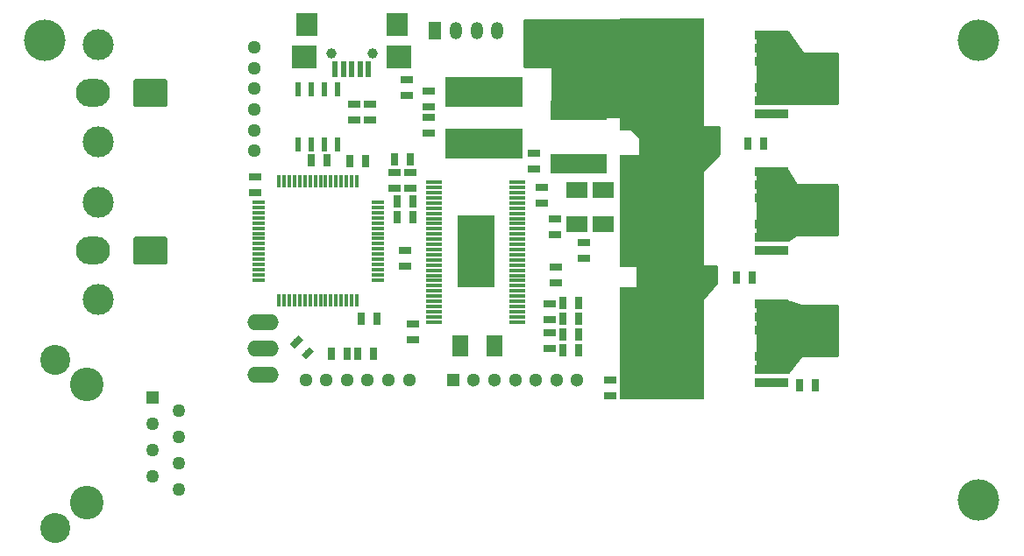
<source format=gts>
G04 #@! TF.GenerationSoftware,KiCad,Pcbnew,(5.1.0)-1*
G04 #@! TF.CreationDate,2020-02-16T21:22:29+11:00*
G04 #@! TF.ProjectId,BLDC_4,424c4443-5f34-42e6-9b69-6361645f7063,A*
G04 #@! TF.SameCoordinates,Original*
G04 #@! TF.FileFunction,Soldermask,Top*
G04 #@! TF.FilePolarity,Negative*
%FSLAX46Y46*%
G04 Gerber Fmt 4.6, Leading zero omitted, Abs format (unit mm)*
G04 Created by KiCad (PCBNEW (5.1.0)-1) date 2020-02-16 21:22:29*
%MOMM*%
%LPD*%
G04 APERTURE LIST*
%ADD10C,4.000000*%
%ADD11C,3.250000*%
%ADD12C,2.895000*%
%ADD13C,1.268000*%
%ADD14R,1.268000X1.268000*%
%ADD15C,1.300480*%
%ADD16O,1.198880X1.699260*%
%ADD17R,1.198880X1.699260*%
%ADD18R,3.200400X0.899160*%
%ADD19R,8.150860X10.800080*%
%ADD20O,3.048000X1.524000*%
%ADD21R,5.499100X1.849120*%
%ADD22R,7.498080X2.997200*%
%ADD23R,4.000000X5.000000*%
%ADD24R,0.300000X1.300480*%
%ADD25R,1.300480X0.300000*%
%ADD26R,3.599180X7.000240*%
%ADD27R,1.501140X0.299720*%
%ADD28R,2.032000X1.524000*%
%ADD29R,1.524000X2.032000*%
%ADD30R,1.143000X0.635000*%
%ADD31R,0.635000X1.143000*%
%ADD32R,0.599440X1.399540*%
%ADD33C,1.000000*%
%ADD34R,2.000000X2.200000*%
%ADD35R,2.400000X2.200000*%
%ADD36R,0.500000X1.500000*%
%ADD37R,1.300000X1.300000*%
%ADD38C,1.300000*%
%ADD39C,0.635000*%
%ADD40C,0.150000*%
%ADD41C,3.000000*%
%ADD42O,3.300000X2.700000*%
%ADD43C,2.700000*%
%ADD44C,0.254000*%
G04 APERTURE END LIST*
D10*
X111760000Y-88900000D03*
X111760000Y-44450000D03*
X21590000Y-44450000D03*
D11*
X25644999Y-77720001D03*
X25644999Y-89150001D03*
D12*
X22594999Y-75310001D03*
X22594999Y-91560001D03*
D13*
X34534999Y-87880001D03*
X31994999Y-86610001D03*
X34534999Y-85340001D03*
X31994999Y-84070001D03*
X34534999Y-82800001D03*
X31994999Y-81530001D03*
X34534999Y-80260001D03*
D14*
X31994999Y-78990001D03*
D15*
X41800000Y-45098740D03*
X41800000Y-47100260D03*
X41800000Y-55101260D03*
X41800000Y-53099740D03*
X41800000Y-51100760D03*
X41800000Y-49099240D03*
D16*
X65273740Y-43450000D03*
X61273240Y-43450000D03*
X63274760Y-43450000D03*
D17*
X59271720Y-43450000D03*
D15*
X52746760Y-77300000D03*
X50745240Y-77300000D03*
X48746260Y-77300000D03*
X46744740Y-77300000D03*
X54745740Y-77300000D03*
X56747260Y-77300000D03*
D18*
X91753540Y-43899000D03*
X91753540Y-45169000D03*
X91753540Y-46439000D03*
X91753540Y-48979000D03*
X91753540Y-50249000D03*
X91753540Y-51519000D03*
D19*
X81151580Y-47709000D03*
D20*
X42602000Y-76792000D03*
X42602000Y-74252000D03*
X42602000Y-71712000D03*
D21*
X73082000Y-51229440D03*
X73082000Y-56380560D03*
D22*
X63938000Y-49400640D03*
X63938000Y-54399360D03*
D23*
X96196000Y-48090000D03*
X96196000Y-60790000D03*
X96196000Y-72474000D03*
D18*
X91753540Y-69934000D03*
X91753540Y-71204000D03*
X91753540Y-72474000D03*
X91753540Y-75014000D03*
X91753540Y-76284000D03*
X91753540Y-77554000D03*
D19*
X81151580Y-73744000D03*
D18*
X91753540Y-57107000D03*
X91753540Y-58377000D03*
X91753540Y-59647000D03*
X91753540Y-62187000D03*
X91753540Y-63457000D03*
X91753540Y-64727000D03*
D19*
X81151580Y-60917000D03*
D24*
X44186960Y-58087440D03*
X44684800Y-58087440D03*
X45185180Y-58087440D03*
X45685560Y-58087440D03*
X46185940Y-58087440D03*
D25*
X53686560Y-60088960D03*
X53686560Y-60586800D03*
X53686560Y-61087180D03*
X53686560Y-61587560D03*
X53686560Y-62087940D03*
D24*
X51685040Y-69588560D03*
X51187200Y-69588560D03*
X50686820Y-69588560D03*
X50186440Y-69588560D03*
X49686060Y-69588560D03*
D25*
X42185440Y-67587040D03*
X42185440Y-67089200D03*
X42185440Y-66588820D03*
X42185440Y-66088440D03*
X42185440Y-65588060D03*
D24*
X46686320Y-58087440D03*
X47186700Y-58087440D03*
X47687080Y-58087440D03*
D25*
X53686560Y-62588320D03*
X53686560Y-63088700D03*
X53686560Y-63589080D03*
D24*
X49185680Y-69588560D03*
X48685300Y-69588560D03*
X48184920Y-69588560D03*
D25*
X42185440Y-65087680D03*
X42185440Y-64587300D03*
X42185440Y-64086920D03*
D24*
X48184920Y-58087440D03*
X48685300Y-58087440D03*
X49185680Y-58087440D03*
X49686060Y-58087440D03*
X50186440Y-58087440D03*
X50686820Y-58087440D03*
X51187200Y-58087440D03*
X51685040Y-58087440D03*
D25*
X53686560Y-64086920D03*
X53686560Y-64587300D03*
X53686560Y-65087680D03*
X53686560Y-65588060D03*
X53686560Y-66088440D03*
X53686560Y-66588820D03*
X53686560Y-67089200D03*
X53686560Y-67587040D03*
D24*
X47687080Y-69588560D03*
X47186700Y-69588560D03*
X46686320Y-69588560D03*
X46185940Y-69588560D03*
X45685560Y-69588560D03*
X45185180Y-69588560D03*
X44684800Y-69588560D03*
X44186960Y-69588560D03*
D25*
X42185440Y-61087180D03*
X42185440Y-60586800D03*
X42185440Y-60088960D03*
X42185440Y-63589080D03*
X42185440Y-63088700D03*
X42185440Y-62588320D03*
X42185440Y-62087940D03*
X42185440Y-61587560D03*
D26*
X63176000Y-64854000D03*
D27*
X67176500Y-58158560D03*
X67176500Y-58656400D03*
X67176500Y-59156780D03*
X67176500Y-59657160D03*
X67176500Y-60157540D03*
X67176500Y-60657920D03*
X67176500Y-61158300D03*
X67176500Y-61656140D03*
X59175500Y-71656120D03*
X59175500Y-71158280D03*
X59175500Y-70657900D03*
X59175500Y-70157520D03*
X59175500Y-63157280D03*
X59175500Y-62656900D03*
X59175500Y-62156520D03*
X59175500Y-61656140D03*
X59175500Y-61158300D03*
X59175500Y-60657920D03*
X59175500Y-60157540D03*
X59175500Y-59657160D03*
X59175500Y-59156780D03*
X59175500Y-58656400D03*
X59175500Y-58158560D03*
X59175500Y-69657140D03*
X59175500Y-69156760D03*
X59175500Y-68656380D03*
X59175500Y-68158540D03*
X59175500Y-67658160D03*
X59175500Y-67157780D03*
X59175500Y-66657400D03*
X67176500Y-70157520D03*
X59175500Y-65656640D03*
X59175500Y-65156260D03*
X59175500Y-64658420D03*
X59175500Y-64158040D03*
X59175500Y-63657660D03*
X67176500Y-67658160D03*
X67176500Y-68158540D03*
X67176500Y-68656380D03*
X67176500Y-69156760D03*
X67176500Y-69657140D03*
X59175500Y-66157020D03*
X67176500Y-70657900D03*
X67176500Y-71158280D03*
X67176500Y-71656120D03*
X67176500Y-62156520D03*
X67176500Y-62656900D03*
X67176500Y-63157280D03*
X67176500Y-63657660D03*
X67176500Y-64158040D03*
X67176500Y-64658420D03*
X67176500Y-65156260D03*
X67176500Y-65656640D03*
X67176500Y-66157020D03*
X67176500Y-66657400D03*
X67176500Y-67157780D03*
D28*
X72955000Y-62187000D03*
X72955000Y-58885000D03*
X75495000Y-62187000D03*
X75495000Y-58885000D03*
D29*
X64954000Y-73998000D03*
X61652000Y-73998000D03*
D30*
X76130000Y-78824000D03*
X76130000Y-77300000D03*
D31*
X50730000Y-74760000D03*
X49206000Y-74760000D03*
D30*
X58604000Y-50884000D03*
X58604000Y-49360000D03*
X58604000Y-53424000D03*
X58604000Y-51900000D03*
X55302000Y-58758000D03*
X55302000Y-57234000D03*
D31*
X55556000Y-60028000D03*
X57080000Y-60028000D03*
D30*
X68764000Y-56853000D03*
X68764000Y-55329000D03*
D31*
X95942000Y-77808000D03*
X94418000Y-77808000D03*
X88322000Y-67394000D03*
X89846000Y-67394000D03*
X89465000Y-54440000D03*
X90989000Y-54440000D03*
X71558000Y-69807000D03*
X73082000Y-69807000D03*
X71558000Y-71331000D03*
X73082000Y-71331000D03*
X71558000Y-72855000D03*
X73082000Y-72855000D03*
X71558000Y-74379000D03*
X73082000Y-74379000D03*
D30*
X51450000Y-50638000D03*
X51450000Y-52162000D03*
X53000000Y-50638000D03*
X53000000Y-52162000D03*
X56500000Y-48238000D03*
X56500000Y-49762000D03*
D32*
X49855000Y-54467000D03*
X48585000Y-54467000D03*
X47315000Y-54467000D03*
X49855000Y-49133000D03*
X48585000Y-49133000D03*
X47315000Y-49133000D03*
X46045000Y-54467000D03*
X46045000Y-49133000D03*
D33*
X49200000Y-45700000D03*
X53200000Y-45700000D03*
D34*
X46850000Y-42925000D03*
X55550000Y-42925000D03*
D35*
X46650000Y-46000000D03*
X55750000Y-46000000D03*
D36*
X52800000Y-47200000D03*
X52000000Y-47200000D03*
X51200000Y-47200000D03*
X50400000Y-47200000D03*
X49600000Y-47200000D03*
D37*
X60981440Y-77300000D03*
D38*
X64984480Y-77300000D03*
X62982960Y-77300000D03*
X66983460Y-77300000D03*
X68984980Y-77300000D03*
X70986500Y-77300000D03*
X72985480Y-77300000D03*
D31*
X47288000Y-56000000D03*
X48812000Y-56000000D03*
X51746000Y-74760000D03*
X53270000Y-74760000D03*
D30*
X70288000Y-74252000D03*
X70288000Y-72728000D03*
X41840000Y-59139000D03*
X41840000Y-57615000D03*
X70288000Y-71458000D03*
X70288000Y-69934000D03*
X70923000Y-66378000D03*
X70923000Y-67902000D03*
X73590000Y-63965000D03*
X73590000Y-65489000D03*
X70796000Y-61679000D03*
X70796000Y-63203000D03*
X69526000Y-58631000D03*
X69526000Y-60155000D03*
X57080000Y-71839000D03*
X57080000Y-73363000D03*
X56318000Y-66251000D03*
X56318000Y-64727000D03*
D31*
X55302000Y-55964000D03*
X56826000Y-55964000D03*
D30*
X56826000Y-58758000D03*
X56826000Y-57234000D03*
D31*
X52508000Y-56091000D03*
X50984000Y-56091000D03*
X57080000Y-61552000D03*
X55556000Y-61552000D03*
D39*
X46950815Y-74663815D03*
D40*
G36*
X46322197Y-74843420D02*
G01*
X47130420Y-74035197D01*
X47579433Y-74484210D01*
X46771210Y-75292433D01*
X46322197Y-74843420D01*
X46322197Y-74843420D01*
G37*
D39*
X45873185Y-73586185D03*
D40*
G36*
X45244567Y-73765790D02*
G01*
X46052790Y-72957567D01*
X46501803Y-73406580D01*
X45693580Y-74214803D01*
X45244567Y-73765790D01*
X45244567Y-73765790D01*
G37*
D31*
X52127000Y-71331000D03*
X53651000Y-71331000D03*
D41*
X26710000Y-69470000D03*
X26710000Y-60070000D03*
D42*
X26250000Y-64770000D03*
D40*
G36*
X33174503Y-63421204D02*
G01*
X33198772Y-63424804D01*
X33222570Y-63430765D01*
X33245670Y-63439030D01*
X33267849Y-63449520D01*
X33288892Y-63462133D01*
X33308598Y-63476748D01*
X33326776Y-63493224D01*
X33343252Y-63511402D01*
X33357867Y-63531108D01*
X33370480Y-63552151D01*
X33380970Y-63574330D01*
X33389235Y-63597430D01*
X33395196Y-63621228D01*
X33398796Y-63645497D01*
X33400000Y-63670001D01*
X33400000Y-65869999D01*
X33398796Y-65894503D01*
X33395196Y-65918772D01*
X33389235Y-65942570D01*
X33380970Y-65965670D01*
X33370480Y-65987849D01*
X33357867Y-66008892D01*
X33343252Y-66028598D01*
X33326776Y-66046776D01*
X33308598Y-66063252D01*
X33288892Y-66077867D01*
X33267849Y-66090480D01*
X33245670Y-66100970D01*
X33222570Y-66109235D01*
X33198772Y-66115196D01*
X33174503Y-66118796D01*
X33149999Y-66120000D01*
X30350001Y-66120000D01*
X30325497Y-66118796D01*
X30301228Y-66115196D01*
X30277430Y-66109235D01*
X30254330Y-66100970D01*
X30232151Y-66090480D01*
X30211108Y-66077867D01*
X30191402Y-66063252D01*
X30173224Y-66046776D01*
X30156748Y-66028598D01*
X30142133Y-66008892D01*
X30129520Y-65987849D01*
X30119030Y-65965670D01*
X30110765Y-65942570D01*
X30104804Y-65918772D01*
X30101204Y-65894503D01*
X30100000Y-65869999D01*
X30100000Y-63670001D01*
X30101204Y-63645497D01*
X30104804Y-63621228D01*
X30110765Y-63597430D01*
X30119030Y-63574330D01*
X30129520Y-63552151D01*
X30142133Y-63531108D01*
X30156748Y-63511402D01*
X30173224Y-63493224D01*
X30191402Y-63476748D01*
X30211108Y-63462133D01*
X30232151Y-63449520D01*
X30254330Y-63439030D01*
X30277430Y-63430765D01*
X30301228Y-63424804D01*
X30325497Y-63421204D01*
X30350001Y-63420000D01*
X33149999Y-63420000D01*
X33174503Y-63421204D01*
X33174503Y-63421204D01*
G37*
D43*
X31750000Y-64770000D03*
D40*
G36*
X33174503Y-48181204D02*
G01*
X33198772Y-48184804D01*
X33222570Y-48190765D01*
X33245670Y-48199030D01*
X33267849Y-48209520D01*
X33288892Y-48222133D01*
X33308598Y-48236748D01*
X33326776Y-48253224D01*
X33343252Y-48271402D01*
X33357867Y-48291108D01*
X33370480Y-48312151D01*
X33380970Y-48334330D01*
X33389235Y-48357430D01*
X33395196Y-48381228D01*
X33398796Y-48405497D01*
X33400000Y-48430001D01*
X33400000Y-50629999D01*
X33398796Y-50654503D01*
X33395196Y-50678772D01*
X33389235Y-50702570D01*
X33380970Y-50725670D01*
X33370480Y-50747849D01*
X33357867Y-50768892D01*
X33343252Y-50788598D01*
X33326776Y-50806776D01*
X33308598Y-50823252D01*
X33288892Y-50837867D01*
X33267849Y-50850480D01*
X33245670Y-50860970D01*
X33222570Y-50869235D01*
X33198772Y-50875196D01*
X33174503Y-50878796D01*
X33149999Y-50880000D01*
X30350001Y-50880000D01*
X30325497Y-50878796D01*
X30301228Y-50875196D01*
X30277430Y-50869235D01*
X30254330Y-50860970D01*
X30232151Y-50850480D01*
X30211108Y-50837867D01*
X30191402Y-50823252D01*
X30173224Y-50806776D01*
X30156748Y-50788598D01*
X30142133Y-50768892D01*
X30129520Y-50747849D01*
X30119030Y-50725670D01*
X30110765Y-50702570D01*
X30104804Y-50678772D01*
X30101204Y-50654503D01*
X30100000Y-50629999D01*
X30100000Y-48430001D01*
X30101204Y-48405497D01*
X30104804Y-48381228D01*
X30110765Y-48357430D01*
X30119030Y-48334330D01*
X30129520Y-48312151D01*
X30142133Y-48291108D01*
X30156748Y-48271402D01*
X30173224Y-48253224D01*
X30191402Y-48236748D01*
X30211108Y-48222133D01*
X30232151Y-48209520D01*
X30254330Y-48199030D01*
X30277430Y-48190765D01*
X30301228Y-48184804D01*
X30325497Y-48181204D01*
X30350001Y-48180000D01*
X33149999Y-48180000D01*
X33174503Y-48181204D01*
X33174503Y-48181204D01*
G37*
D43*
X31750000Y-49530000D03*
D42*
X26250000Y-49530000D03*
D41*
X26710000Y-44830000D03*
X26710000Y-54230000D03*
D44*
G36*
X94182839Y-58443560D02*
G01*
X94197903Y-58463383D01*
X94216544Y-58479885D01*
X94238047Y-58492434D01*
X94261584Y-58500546D01*
X94291000Y-58504000D01*
X98101000Y-58504000D01*
X98101000Y-63203000D01*
X94164000Y-63203000D01*
X94139224Y-63205440D01*
X94115399Y-63212667D01*
X94093553Y-63224330D01*
X93363548Y-63711000D01*
X90354000Y-63711000D01*
X90354000Y-56853000D01*
X93204033Y-56853000D01*
X94182839Y-58443560D01*
X94182839Y-58443560D01*
G37*
X94182839Y-58443560D02*
X94197903Y-58463383D01*
X94216544Y-58479885D01*
X94238047Y-58492434D01*
X94261584Y-58500546D01*
X94291000Y-58504000D01*
X98101000Y-58504000D01*
X98101000Y-63203000D01*
X94164000Y-63203000D01*
X94139224Y-63205440D01*
X94115399Y-63212667D01*
X94093553Y-63224330D01*
X93363548Y-63711000D01*
X90354000Y-63711000D01*
X90354000Y-56853000D01*
X93204033Y-56853000D01*
X94182839Y-58443560D01*
G36*
X94638584Y-70056525D02*
G01*
X94672000Y-70061000D01*
X98101000Y-70061000D01*
X98101000Y-74887000D01*
X94672000Y-74887000D01*
X94647224Y-74889440D01*
X94623399Y-74896667D01*
X94601443Y-74908403D01*
X94582197Y-74924197D01*
X94566330Y-74943553D01*
X94315386Y-75319969D01*
X93340961Y-76538000D01*
X90354000Y-76538000D01*
X90354000Y-69680000D01*
X93257992Y-69680000D01*
X94638584Y-70056525D01*
X94638584Y-70056525D01*
G37*
X94638584Y-70056525D02*
X94672000Y-70061000D01*
X98101000Y-70061000D01*
X98101000Y-74887000D01*
X94672000Y-74887000D01*
X94647224Y-74889440D01*
X94623399Y-74896667D01*
X94601443Y-74908403D01*
X94582197Y-74924197D01*
X94566330Y-74943553D01*
X94315386Y-75319969D01*
X93340961Y-76538000D01*
X90354000Y-76538000D01*
X90354000Y-69680000D01*
X93257992Y-69680000D01*
X94638584Y-70056525D01*
G36*
X94694347Y-45621949D02*
G01*
X94710394Y-45640984D01*
X94729847Y-45656521D01*
X94751957Y-45667966D01*
X94775875Y-45674877D01*
X94799000Y-45677000D01*
X98101000Y-45677000D01*
X98101000Y-50503000D01*
X90354000Y-50503000D01*
X90354000Y-43645000D01*
X93335195Y-43645000D01*
X94694347Y-45621949D01*
X94694347Y-45621949D01*
G37*
X94694347Y-45621949D02*
X94710394Y-45640984D01*
X94729847Y-45656521D01*
X94751957Y-45667966D01*
X94775875Y-45674877D01*
X94799000Y-45677000D01*
X98101000Y-45677000D01*
X98101000Y-50503000D01*
X90354000Y-50503000D01*
X90354000Y-43645000D01*
X93335195Y-43645000D01*
X94694347Y-45621949D01*
G36*
X77146000Y-51773000D02*
G01*
X70542000Y-51773000D01*
X70542000Y-47074000D01*
X70539560Y-47049224D01*
X70532333Y-47025399D01*
X70520597Y-47003443D01*
X70504803Y-46984197D01*
X70485557Y-46968403D01*
X70463601Y-46956667D01*
X70439776Y-46949440D01*
X70415000Y-46947000D01*
X67875000Y-46947000D01*
X67875000Y-42502000D01*
X77146000Y-42502000D01*
X77146000Y-51773000D01*
X77146000Y-51773000D01*
G37*
X77146000Y-51773000D02*
X70542000Y-51773000D01*
X70542000Y-47074000D01*
X70539560Y-47049224D01*
X70532333Y-47025399D01*
X70520597Y-47003443D01*
X70504803Y-46984197D01*
X70485557Y-46968403D01*
X70463601Y-46956667D01*
X70439776Y-46949440D01*
X70415000Y-46947000D01*
X67875000Y-46947000D01*
X67875000Y-42502000D01*
X77146000Y-42502000D01*
X77146000Y-51773000D01*
G36*
X86671000Y-55403394D02*
G01*
X84967394Y-57107000D01*
X77527000Y-57107000D01*
X77527000Y-55837000D01*
X78924000Y-55837000D01*
X78948776Y-55834560D01*
X78972601Y-55827333D01*
X78994557Y-55815597D01*
X79013803Y-55799803D01*
X79029597Y-55780557D01*
X79041333Y-55758601D01*
X79048560Y-55734776D01*
X79051000Y-55710000D01*
X79051000Y-53932000D01*
X79048560Y-53907224D01*
X79041333Y-53883399D01*
X79029597Y-53861443D01*
X79013803Y-53842197D01*
X77960606Y-52789000D01*
X86671000Y-52789000D01*
X86671000Y-55403394D01*
X86671000Y-55403394D01*
G37*
X86671000Y-55403394D02*
X84967394Y-57107000D01*
X77527000Y-57107000D01*
X77527000Y-55837000D01*
X78924000Y-55837000D01*
X78948776Y-55834560D01*
X78972601Y-55827333D01*
X78994557Y-55815597D01*
X79013803Y-55799803D01*
X79029597Y-55780557D01*
X79041333Y-55758601D01*
X79048560Y-55734776D01*
X79051000Y-55710000D01*
X79051000Y-53932000D01*
X79048560Y-53907224D01*
X79041333Y-53883399D01*
X79029597Y-53861443D01*
X79013803Y-53842197D01*
X77960606Y-52789000D01*
X86671000Y-52789000D01*
X86671000Y-55403394D01*
G36*
X86417000Y-67855019D02*
G01*
X84961587Y-69553000D01*
X78797000Y-69553000D01*
X78797000Y-66251000D01*
X86417000Y-66251000D01*
X86417000Y-67855019D01*
X86417000Y-67855019D01*
G37*
X86417000Y-67855019D02*
X84961587Y-69553000D01*
X78797000Y-69553000D01*
X78797000Y-66251000D01*
X86417000Y-66251000D01*
X86417000Y-67855019D01*
M02*

</source>
